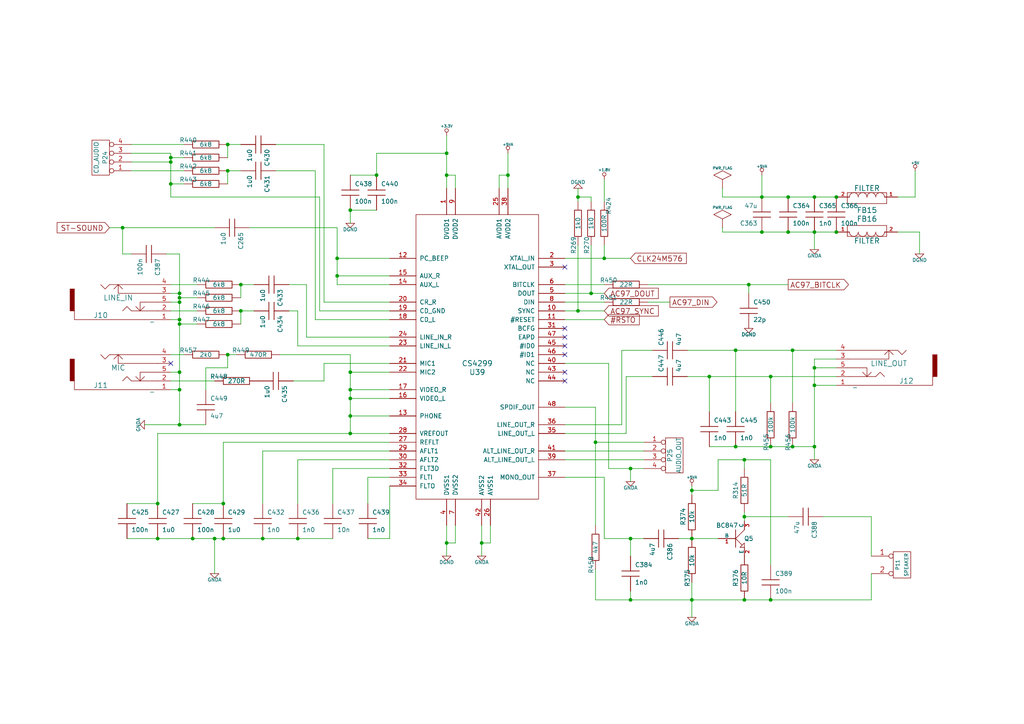
<source format=kicad_sch>
(kicad_sch (version 20230121) (generator eeschema)
  (paper "A4")
  (title_block (title "FireBee1 Projekt") (date "3 mar 2010") (rev "1.00") (company "MCS Aschwanden"))
  (lib_symbols
    (symbol "firebee1-rescue1:+1.5V" (power) (pin_names (offset 0))
      (property "Value" "+1.5V" (at 0 2.794 0))
      (symbol "+1.5V_0_0"
        (polyline (pts (xy 0 0) (xy 0 1.016) (xy 0 1.016)))
        (pin power_in line (at 0 0 90) (length 0) hide (name "+1.8V") (number "1"))
      )
      (symbol "+1.5V_0_1"
        (circle (center 0 1.524) (radius 0.508))
      )
    )
    (symbol "firebee1-rescue1:+3.3V" (power) (pin_names (offset 0))
      (property "Value" "+3.3V" (at 0 2.794 0))
      (symbol "+3.3V_0_0"
        (pin power_in line (at 0 0 90) (length 0) hide (name "+3.3V") (number "1"))
      )
      (symbol "+3.3V_0_1"
        (polyline (pts (xy 0 0) (xy 0 1.016) (xy 0 1.016)))
        (circle (center 0 1.524) (radius 0.508))
      )
    )
    (symbol "firebee1-rescue1:+5V" (power) (pin_names (offset 1.016))
      (property "Value" "+5V" (at 0 2.286 0))
      (symbol "+5V_0_0"
        (pin power_in line (at 0 0 90) (length 0) hide (name "+5V") (number "1"))
      )
      (symbol "+5V_0_1"
        (polyline (pts (xy 0 0) (xy 0 0.762) (xy 0 0.762) (xy 0 0.762)))
        (circle (center 0 1.27) (radius 0.508))
      )
    )
    (symbol "firebee1-rescue1:+5VA" (power) (pin_numbers hide) (pin_names (offset 0))
      (property "Value" "+5VA" (at 0 2.54 0))
      (symbol "+5VA_0_0"
        (pin power_in line (at 0 0 90) (length 0) hide (name "+5VA") (number "1"))
      )
      (symbol "+5VA_0_1"
        (polyline (pts (xy 0 0) (xy 0 1.016) (xy 0 1.016)))
        (circle (center 0 1.524) (radius 0.508))
      )
    )
    (symbol "firebee1-rescue1:AC97" (pin_names (offset 1.016))
      (property "Reference" "U" (at 0 0 0))
      (property "Value" "AC97" (at 0 2.54 0))
      (symbol "AC97_0_1"
        (rectangle (start -17.78 45.72) (end 17.78 -36.83))
      )
      (symbol "AC97_1_1"
        (pin power_in line (at -8.89 53.34 270) (length 7.62) (name "DVDD1") (number "1"))
        (pin input line (at 25.4 17.78 180) (length 7.62) (name "SYNC") (number "10"))
        (pin input line (at 25.4 15.24 180) (length 7.62) (name "#RESET") (number "11"))
        (pin input line (at -25.4 33.02 0) (length 7.62) (name "PC_BEEP") (number "12"))
        (pin input line (at -25.4 -12.7 0) (length 7.62) (name "PHONE") (number "13"))
        (pin input line (at -25.4 25.4 0) (length 7.62) (name "AUX_L") (number "14"))
        (pin input line (at -25.4 27.94 0) (length 7.62) (name "AUX_R") (number "15"))
        (pin input line (at -25.4 -7.62 0) (length 7.62) (name "VIDEO_L") (number "16"))
        (pin input line (at -25.4 -5.08 0) (length 7.62) (name "VIDEO_R") (number "17"))
        (pin input line (at -25.4 15.24 0) (length 7.62) (name "CD_L") (number "18"))
        (pin input line (at -25.4 17.78 0) (length 7.62) (name "CD_GND") (number "19"))
        (pin passive line (at 25.4 33.02 180) (length 7.62) (name "XTAL_IN") (number "2"))
        (pin input line (at -25.4 20.32 0) (length 7.62) (name "CR_R") (number "20"))
        (pin input line (at -25.4 2.54 0) (length 7.62) (name "MIC1") (number "21"))
        (pin input line (at -25.4 0 0) (length 7.62) (name "MIC2") (number "22"))
        (pin input line (at -25.4 7.62 0) (length 7.62) (name "LINE_IN_L") (number "23"))
        (pin input line (at -25.4 10.16 0) (length 7.62) (name "LINE_IN_R") (number "24"))
        (pin power_in line (at 6.35 53.34 270) (length 7.62) (name "AVDD1") (number "25"))
        (pin power_in line (at 3.81 -44.45 90) (length 7.62) (name "AVSS1") (number "26"))
        (pin passive line (at -25.4 -20.32 0) (length 7.62) (name "REFLT") (number "27"))
        (pin power_out line (at -25.4 -17.78 0) (length 7.62) (name "VREFOUT") (number "28"))
        (pin passive line (at -25.4 -22.86 0) (length 7.62) (name "AFLT1") (number "29"))
        (pin passive line (at 25.4 30.48 180) (length 7.62) (name "XTAL_OUT") (number "3"))
        (pin passive line (at -25.4 -25.4 0) (length 7.62) (name "AFLT2") (number "30"))
        (pin unspecified line (at 25.4 12.7 180) (length 7.62) (name "BCFG") (number "31"))
        (pin passive line (at -25.4 -27.94 0) (length 7.62) (name "FLT3D") (number "32"))
        (pin passive line (at -25.4 -30.48 0) (length 7.62) (name "FLTI") (number "33"))
        (pin passive line (at -25.4 -33.02 0) (length 7.62) (name "FLTO") (number "34"))
        (pin output line (at 25.4 -17.78 180) (length 7.62) (name "LINE_OUT_L") (number "35"))
        (pin output line (at 25.4 -15.24 180) (length 7.62) (name "LINE_OUT_R") (number "36"))
        (pin output line (at 25.4 -30.48 180) (length 7.62) (name "MONO_OUT") (number "37"))
        (pin power_in line (at 8.89 53.34 270) (length 7.62) (name "AVDD2") (number "38"))
        (pin output line (at 25.4 -25.4 180) (length 7.62) (name "ALT_LINE_OUT_L") (number "39"))
        (pin power_in line (at -8.89 -44.45 90) (length 7.62) (name "DVSS1") (number "4"))
        (pin passive line (at 25.4 2.54 180) (length 7.62) (name "NC") (number "40"))
        (pin output line (at 25.4 -22.86 180) (length 7.62) (name "ALT_LINE_OUT_R") (number "41"))
        (pin power_in line (at 1.27 -44.45 90) (length 7.62) (name "AVSS2") (number "42"))
        (pin passive line (at 25.4 0 180) (length 7.62) (name "NC") (number "43"))
        (pin passive line (at 25.4 -2.54 180) (length 7.62) (name "NC") (number "44"))
        (pin unspecified line (at 25.4 7.62 180) (length 7.62) (name "#ID0") (number "45"))
        (pin unspecified line (at 25.4 5.08 180) (length 7.62) (name "#ID1") (number "46"))
        (pin unspecified line (at 25.4 10.16 180) (length 7.62) (name "EAPD") (number "47"))
        (pin output line (at 25.4 -10.16 180) (length 7.62) (name "SPDIF_OUT") (number "48"))
        (pin input line (at 25.4 22.86 180) (length 7.62) (name "DOUT") (number "5"))
        (pin bidirectional line (at 25.4 25.4 180) (length 7.62) (name "BITCLK") (number "6"))
        (pin power_in line (at -6.35 -44.45 90) (length 7.62) (name "DVSS2") (number "7"))
        (pin output line (at 25.4 20.32 180) (length 7.62) (name "DIN") (number "8"))
        (pin power_in line (at -6.35 53.34 270) (length 7.62) (name "DVDD2") (number "9"))
      )
    )
    (symbol "firebee1-rescue1:C" (pin_numbers hide) (pin_names (offset 0.254))
      (property "Reference" "C" (at 1.27 2.54 0))
      (property "Value" "C" (at 1.27 -2.54 0))
      (symbol "C_0_1"
        (polyline (pts (xy -2.54 -0.762) (xy 2.54 -0.762)) (stroke (width 0.2032)))
        (polyline (pts (xy -2.54 0.762) (xy 2.54 0.762)) (stroke (width 0.2032)))
      )
      (symbol "C_1_1"
        (pin passive line (at 0 5.08 270) (length 4.318) (name "~") (number "1"))
        (pin passive line (at 0 -5.08 90) (length 4.318) (name "~") (number "2"))
      )
    )
    (symbol "firebee1-rescue1:CONN_2" (pin_names (offset 1.016) hide)
      (property "Reference" "P" (at -1.27 0 90))
      (property "Value" "CONN_2" (at 1.27 0 90))
      (symbol "CONN_2_0_1"
        (rectangle (start -2.54 3.81) (end 2.54 -3.81))
      )
      (symbol "CONN_2_1_1"
        (pin passive inverted (at -8.89 2.54 0) (length 6.35) (name "P1") (number "1"))
        (pin passive inverted (at -8.89 -2.54 0) (length 6.35) (name "PM") (number "2"))
      )
    )
    (symbol "firebee1-rescue1:CONN_4" (pin_names (offset 1.016) hide)
      (property "Reference" "P" (at -1.27 0 90))
      (property "Value" "CONN_4" (at 1.27 0 90))
      (symbol "CONN_4_0_1"
        (rectangle (start -2.54 5.08) (end 2.54 -5.08))
      )
      (symbol "CONN_4_1_1"
        (pin passive inverted (at -8.89 3.81 0) (length 6.35) (name "P1") (number "1"))
        (pin passive inverted (at -8.89 1.27 0) (length 6.35) (name "P2") (number "2"))
        (pin passive inverted (at -8.89 -1.27 0) (length 6.35) (name "P3") (number "3"))
        (pin passive inverted (at -8.89 -3.81 0) (length 6.35) (name "P4") (number "4"))
      )
    )
    (symbol "firebee1-rescue1:DGND" (pin_names (offset 1.016))
      (property "Value" "DGND" (at 0 -1.778 0))
      (symbol "DGND_0_1"
        (polyline (pts (xy -1.27 0) (xy 0 -1.27) (xy 1.27 0) (xy -1.27 0)))
      )
      (symbol "DGND_1_1"
        (pin power_in line (at 0 0 90) (length 0) hide (name "DGND") (number "1"))
      )
    )
    (symbol "firebee1-rescue1:FILTER" (pin_names (offset 1.016) hide)
      (property "Reference" "FB" (at 0 3.81 0))
      (property "Value" "FILTER" (at 0 -2.54 0))
      (symbol "FILTER_0_1"
        (rectangle (start -5.715 1.905) (end 5.715 -1.27))
        (arc (start -5.08 0) (mid -3.81 -1.27) (end -2.54 0))
        (arc (start -2.54 0) (mid -1.27 -1.27) (end 0 0))
        (arc (start 0 0) (mid 0 0) (end 0 0))
        (arc (start 0 0) (mid 1.27 -1.27) (end 2.54 0))
        (arc (start 2.54 0) (mid 3.81 -1.27) (end 5.08 0))
      )
      (symbol "FILTER_1_1"
        (pin passive line (at -8.89 0 0) (length 3.81) (name "1") (number "1"))
        (pin passive line (at 8.89 0 180) (length 3.81) (name "2") (number "2"))
      )
    )
    (symbol "firebee1-rescue1:GNDA" (power) (pin_names (offset 0))
      (property "Value" "GNDA" (at 0 -1.778 0))
      (symbol "GNDA_0_1"
        (polyline (pts (xy -1.27 0) (xy 0 -1.27) (xy 1.27 0) (xy -1.27 0)))
      )
      (symbol "GNDA_1_1"
        (pin power_in line (at 0 0 90) (length 0) hide (name "GNDA") (number "1"))
      )
    )
    (symbol "firebee1-rescue1:KLINKER_STEREO" (pin_names (offset 1.016))
      (property "Reference" "J" (at -8.89 -3.81 0))
      (property "Value" "KLINKER_STEREO" (at -3.81 1.27 0))
      (symbol "KLINKER_STEREO_0_1"
        (rectangle (start -17.78 3.81) (end -16.51 -2.54) (fill (type outline)))
        (polyline (pts (xy -3.81 5.08) (xy -5.08 3.81) (xy -5.08 3.81)))
        (polyline (pts (xy 3.81 0) (xy 7.62 0) (xy 7.62 0)))
        (polyline (pts (xy 7.62 -5.08) (xy 3.81 -5.08) (xy 3.81 -5.08)))
        (polyline (pts (xy 0 -2.54) (xy -1.27 -1.27) (xy -2.54 -2.54) (xy -2.54 -2.54)))
        (polyline (pts (xy 0 -2.54) (xy 7.62 -2.54) (xy 7.62 -2.54) (xy 7.62 -2.54)))
        (polyline (pts (xy 1.27 -1.27) (xy 2.54 -2.54) (xy 3.81 -1.27) (xy 3.81 -1.27)))
        (polyline (pts (xy 3.81 0) (xy 2.54 0) (xy 2.54 -2.54) (xy 2.54 -2.54)))
        (polyline (pts (xy 3.81 -5.08) (xy -15.24 -5.08) (xy -16.51 -5.08) (xy -16.51 -2.54) (xy -16.51 -2.54)))
        (polyline (pts (xy 7.62 2.54) (xy -3.81 2.54) (xy -3.81 5.08) (xy -2.54 3.81) (xy -2.54 3.81)))
        (polyline (pts (xy 7.62 5.08) (xy -6.35 5.08) (xy -7.62 3.81) (xy -8.89 5.08) (xy -8.89 5.08)))
      )
      (symbol "KLINKER_STEREO_1_1"
        (pin passive line (at 11.43 -5.08 180) (length 3.81) (name "_") (number "1"))
        (pin passive line (at 11.43 -2.54 180) (length 3.81) (name "~") (number "2"))
        (pin passive line (at 11.43 2.54 180) (length 3.81) (name "~") (number "3"))
        (pin passive line (at 11.43 5.08 180) (length 3.81) (name "~") (number "4"))
        (pin passive line (at 11.43 0 180) (length 3.81) (name "~") (number "5"))
      )
    )
    (symbol "firebee1-rescue1:NPN" (pin_names (offset 0))
      (property "Reference" "Q" (at 3.81 0 0))
      (property "Value" "NPN" (at -2.4892 3.81 0))
      (symbol "NPN_0_1"
        (polyline (pts (xy 0 0) (xy 1.905 -1.905)))
        (polyline (pts (xy 0 0) (xy 2.54 2.54)))
        (polyline (pts (xy 0 2.54) (xy 0 -2.54)) (stroke (width 0.2032)))
        (polyline (pts (xy 1.27 -2.54) (xy 2.54 -2.54) (xy 2.54 -1.27) (xy 1.27 -2.54) (xy 1.27 -2.54)))
      )
      (symbol "NPN_1_1"
        (pin input line (at -5.08 0 0) (length 5.08) (name "B") (number "1"))
        (pin passive line (at 2.54 -5.08 90) (length 2.54) (name "E") (number "2"))
        (pin passive line (at 2.54 5.08 270) (length 2.54) (name "C") (number "3"))
      )
    )
    (symbol "firebee1-rescue1:PWR_FLAG" (power) (pin_numbers hide) (pin_names (offset 0) hide)
      (property "Value" "PWR_FLAG" (at 0 5.842 0))
      (symbol "PWR_FLAG_0_0"
        (pin power_out line (at 0 0 90) (length 0) (name "pwr") (number "1"))
      )
      (symbol "PWR_FLAG_0_1"
        (polyline (pts (xy 0 0) (xy 0 2.54) (xy 0 2.54)))
        (polyline (pts (xy 0 2.54) (xy -2.54 3.81) (xy 0 5.08) (xy 2.54 3.81) (xy 0 2.54)))
      )
    )
    (symbol "firebee1-rescue1:R" (pin_numbers hide) (pin_names (offset 0))
      (property "Reference" "R" (at -1.27 -5.08 90))
      (property "Value" "R" (at 0 0 90))
      (symbol "R_0_1"
        (rectangle (start -1.016 3.81) (end 1.016 -3.81) (stroke (width 0.2032)))
      )
      (symbol "R_1_1"
        (pin passive line (at 0 6.35 270) (length 2.54) (name "~") (number "1"))
        (pin passive line (at 0 -6.35 90) (length 2.54) (name "~") (number "2"))
      )
    )
  )
  (junction (at 223.52 173.99))
  (junction (at 66.04 102.87))
  (junction (at 182.88 135.89))
  (junction (at 45.72 146.05))
  (junction (at 229.87 129.54))
  (junction (at 52.07 107.95))
  (junction (at 242.57 57.15))
  (junction (at 172.72 128.27))
  (junction (at 52.07 85.09))
  (junction (at 236.22 111.76))
  (junction (at 101.6 125.73))
  (junction (at 236.22 106.68))
  (junction (at 109.22 50.8))
  (junction (at 52.07 92.71))
  (junction (at 213.36 101.6))
  (junction (at 182.88 156.21))
  (junction (at 182.88 173.99))
  (junction (at 66.04 41.91))
  (junction (at 236.22 129.54))
  (junction (at 64.77 146.05))
  (junction (at 236.22 57.15))
  (junction (at 52.07 93.98))
  (junction (at 229.87 101.6))
  (junction (at 215.9 173.99))
  (junction (at 167.64 90.17))
  (junction (at 101.6 115.57))
  (junction (at 49.53 46.99))
  (junction (at 69.85 90.17))
  (junction (at 86.36 156.21))
  (junction (at 101.6 60.96))
  (junction (at 97.79 80.01))
  (junction (at 97.79 74.93))
  (junction (at 129.54 44.45))
  (junction (at 220.98 67.31))
  (junction (at 129.54 157.48))
  (junction (at 66.04 49.53))
  (junction (at 49.53 53.34))
  (junction (at 215.9 149.86))
  (junction (at 64.77 156.21))
  (junction (at 101.6 113.03))
  (junction (at 213.36 129.54))
  (junction (at 171.45 85.09))
  (junction (at 69.85 82.55))
  (junction (at 167.64 57.15))
  (junction (at 101.6 107.95))
  (junction (at 223.52 109.22))
  (junction (at 139.7 157.48))
  (junction (at 147.32 50.8))
  (junction (at 200.66 142.24))
  (junction (at 215.9 133.35))
  (junction (at 220.98 57.15))
  (junction (at 49.53 45.72))
  (junction (at 205.74 109.22))
  (junction (at 55.88 156.21))
  (junction (at 35.56 66.04))
  (junction (at 52.07 113.03))
  (junction (at 52.07 87.63))
  (junction (at 129.54 50.8))
  (junction (at 223.52 129.54))
  (junction (at 45.72 156.21))
  (junction (at 236.22 67.31))
  (junction (at 52.07 86.36))
  (junction (at 217.17 82.55))
  (junction (at 76.2 156.21))
  (junction (at 200.66 156.21))
  (junction (at 101.6 120.65))
  (junction (at 200.66 173.99))
  (junction (at 242.57 67.31))
  (junction (at 228.6 67.31))
  (junction (at 228.6 57.15))
  (junction (at 175.26 74.93))
  (junction (at 52.07 123.19))
  (junction (at 62.23 156.21))
  (no_connect (at 163.83 102.87))
  (no_connect (at 163.83 77.47))
  (no_connect (at 163.83 97.79))
  (no_connect (at 163.83 110.49))
  (no_connect (at 163.83 100.33))
  (no_connect (at 163.83 95.25))
  (no_connect (at 49.53 105.41))
  (no_connect (at 163.83 107.95))
  (wire (pts (xy 228.6 67.31) (xy 220.98 67.31)))
  (wire (pts (xy 205.74 109.22) (xy 223.52 109.22)))
  (wire (pts (xy 213.36 101.6) (xy 229.87 101.6)))
  (wire (pts (xy 209.55 57.15) (xy 220.98 57.15)))
  (wire (pts (xy 163.83 123.19) (xy 180.34 123.19)))
  (wire (pts (xy 113.03 138.43) (xy 106.68 138.43)))
  (wire (pts (xy 147.32 54.61) (xy 147.32 50.8)))
  (wire (pts (xy 86.36 156.21) (xy 76.2 156.21)))
  (wire (pts (xy 101.6 115.57) (xy 101.6 113.03)))
  (wire (pts (xy 163.83 125.73) (xy 181.61 125.73)))
  (wire (pts (xy 109.22 44.45) (xy 129.54 44.45)))
  (wire (pts (xy 171.45 85.09) (xy 163.83 85.09)))
  (wire (pts (xy 139.7 152.4) (xy 139.7 157.48)))
  (wire (pts (xy 106.68 156.21) (xy 113.03 156.21)))
  (wire (pts (xy 182.88 173.99) (xy 182.88 171.45)))
  (wire (pts (xy 229.87 129.54) (xy 223.52 129.54)))
  (wire (pts (xy 52.07 123.19) (xy 52.07 113.03)))
  (wire (pts (xy 220.98 67.31) (xy 209.55 67.31)))
  (wire (pts (xy 200.66 142.24) (xy 200.66 143.51)))
  (wire (pts (xy 223.52 173.99) (xy 252.73 173.99)))
  (wire (pts (xy 59.69 113.03) (xy 59.69 106.68)))
  (wire (pts (xy 265.43 57.15) (xy 260.35 57.15)))
  (wire (pts (xy 199.39 101.6) (xy 213.36 101.6)))
  (wire (pts (xy 101.6 125.73) (xy 101.6 120.65)))
  (wire (pts (xy 69.85 86.36) (xy 69.85 82.55)))
  (wire (pts (xy 163.83 74.93) (xy 175.26 74.93)))
  (wire (pts (xy 49.53 46.99) (xy 49.53 53.34)))
  (wire (pts (xy 200.66 173.99) (xy 215.9 173.99)))
  (wire (pts (xy 62.23 110.49) (xy 49.53 110.49)))
  (wire (pts (xy 53.34 102.87) (xy 49.53 102.87)))
  (wire (pts (xy 175.26 92.71) (xy 163.83 92.71)))
  (wire (pts (xy 205.74 119.38) (xy 205.74 109.22)))
  (wire (pts (xy 223.52 109.22) (xy 242.57 109.22)))
  (wire (pts (xy 66.04 41.91) (xy 69.85 41.91)))
  (wire (pts (xy 167.64 57.15) (xy 171.45 57.15)))
  (wire (pts (xy 93.98 105.41) (xy 93.98 110.49)))
  (wire (pts (xy 200.66 173.99) (xy 200.66 168.91)))
  (wire (pts (xy 76.2 130.81) (xy 76.2 146.05)))
  (wire (pts (xy 215.9 133.35) (xy 208.28 133.35)))
  (wire (pts (xy 93.98 105.41) (xy 113.03 105.41)))
  (wire (pts (xy 86.36 133.35) (xy 86.36 146.05)))
  (wire (pts (xy 217.17 82.55) (xy 228.6 82.55)))
  (wire (pts (xy 93.98 110.49) (xy 85.09 110.49)))
  (wire (pts (xy 66.04 102.87) (xy 68.58 102.87)))
  (wire (pts (xy 97.79 74.93) (xy 97.79 80.01)))
  (wire (pts (xy 172.72 173.99) (xy 182.88 173.99)))
  (wire (pts (xy 213.36 129.54) (xy 205.74 129.54)))
  (wire (pts (xy 73.66 90.17) (xy 69.85 90.17)))
  (wire (pts (xy 53.34 41.91) (xy 38.1 41.91)))
  (wire (pts (xy 113.03 156.21) (xy 113.03 140.97)))
  (wire (pts (xy 113.03 80.01) (xy 97.79 80.01)))
  (wire (pts (xy 113.03 97.79) (xy 88.9 97.79)))
  (wire (pts (xy 49.53 46.99) (xy 38.1 46.99)))
  (wire (pts (xy 175.26 71.12) (xy 175.26 74.93)))
  (wire (pts (xy 52.07 86.36) (xy 57.15 86.36)))
  (wire (pts (xy 252.73 166.37) (xy 252.73 173.99)))
  (wire (pts (xy 228.6 57.15) (xy 236.22 57.15)))
  (wire (pts (xy 236.22 129.54) (xy 236.22 133.35)))
  (wire (pts (xy 252.73 149.86) (xy 238.76 149.86)))
  (wire (pts (xy 144.78 54.61) (xy 144.78 50.8)))
  (wire (pts (xy 175.26 85.09) (xy 171.45 85.09)))
  (wire (pts (xy 86.36 100.33) (xy 86.36 90.17)))
  (wire (pts (xy 229.87 101.6) (xy 242.57 101.6)))
  (wire (pts (xy 129.54 50.8) (xy 132.08 50.8)))
  (wire (pts (xy 96.52 146.05) (xy 96.52 135.89)))
  (wire (pts (xy 92.71 90.17) (xy 113.03 90.17)))
  (wire (pts (xy 113.03 100.33) (xy 86.36 100.33)))
  (wire (pts (xy 209.55 54.61) (xy 209.55 57.15)))
  (wire (pts (xy 208.28 142.24) (xy 200.66 142.24)))
  (wire (pts (xy 113.03 120.65) (xy 101.6 120.65)))
  (wire (pts (xy 223.52 129.54) (xy 213.36 129.54)))
  (wire (pts (xy 49.53 44.45) (xy 49.53 45.72)))
  (wire (pts (xy 182.88 135.89) (xy 186.69 135.89)))
  (wire (pts (xy 163.83 138.43) (xy 175.26 138.43)))
  (wire (pts (xy 242.57 106.68) (xy 236.22 106.68)))
  (wire (pts (xy 175.26 52.07) (xy 175.26 58.42)))
  (wire (pts (xy 129.54 44.45) (xy 129.54 50.8)))
  (wire (pts (xy 163.83 105.41) (xy 176.53 105.41)))
  (wire (pts (xy 167.64 57.15) (xy 167.64 54.61)))
  (wire (pts (xy 215.9 173.99) (xy 223.52 173.99)))
  (wire (pts (xy 109.22 50.8) (xy 101.6 50.8)))
  (wire (pts (xy 35.56 73.66) (xy 38.1 73.66)))
  (wire (pts (xy 64.77 156.21) (xy 62.23 156.21)))
  (wire (pts (xy 35.56 66.04) (xy 35.56 73.66)))
  (wire (pts (xy 175.26 74.93) (xy 182.88 74.93)))
  (wire (pts (xy 220.98 57.15) (xy 228.6 57.15)))
  (wire (pts (xy 101.6 102.87) (xy 81.28 102.87)))
  (wire (pts (xy 223.52 133.35) (xy 215.9 133.35)))
  (wire (pts (xy 69.85 90.17) (xy 69.85 93.98)))
  (wire (pts (xy 62.23 156.21) (xy 55.88 156.21)))
  (wire (pts (xy 236.22 72.39) (xy 236.22 67.31)))
  (wire (pts (xy 96.52 135.89) (xy 113.03 135.89)))
  (wire (pts (xy 101.6 107.95) (xy 113.03 107.95)))
  (wire (pts (xy 52.07 113.03) (xy 52.07 107.95)))
  (wire (pts (xy 49.53 45.72) (xy 53.34 45.72)))
  (wire (pts (xy 101.6 113.03) (xy 101.6 107.95)))
  (wire (pts (xy 35.56 66.04) (xy 31.75 66.04)))
  (wire (pts (xy 236.22 106.68) (xy 236.22 111.76)))
  (wire (pts (xy 236.22 129.54) (xy 229.87 129.54)))
  (wire (pts (xy 52.07 107.95) (xy 49.53 107.95)))
  (wire (pts (xy 220.98 57.15) (xy 220.98 50.8)))
  (wire (pts (xy 182.88 156.21) (xy 186.69 156.21)))
  (wire (pts (xy 176.53 105.41) (xy 176.53 135.89)))
  (wire (pts (xy 52.07 86.36) (xy 52.07 85.09)))
  (wire (pts (xy 101.6 60.96) (xy 109.22 60.96)))
  (wire (pts (xy 167.64 71.12) (xy 167.64 90.17)))
  (wire (pts (xy 200.66 140.97) (xy 200.66 142.24)))
  (wire (pts (xy 236.22 111.76) (xy 242.57 111.76)))
  (wire (pts (xy 53.34 53.34) (xy 49.53 53.34)))
  (wire (pts (xy 113.03 125.73) (xy 101.6 125.73)))
  (wire (pts (xy 229.87 116.84) (xy 229.87 101.6)))
  (wire (pts (xy 52.07 123.19) (xy 41.91 123.19)))
  (wire (pts (xy 49.53 85.09) (xy 52.07 85.09)))
  (wire (pts (xy 132.08 157.48) (xy 129.54 157.48)))
  (wire (pts (xy 172.72 118.11) (xy 163.83 118.11)))
  (wire (pts (xy 217.17 85.09) (xy 217.17 82.55)))
  (wire (pts (xy 91.44 49.53) (xy 80.01 49.53)))
  (wire (pts (xy 236.22 57.15) (xy 242.57 57.15)))
  (wire (pts (xy 129.54 157.48) (xy 129.54 161.29)))
  (wire (pts (xy 172.72 165.1) (xy 172.72 173.99)))
  (wire (pts (xy 236.22 111.76) (xy 236.22 129.54)))
  (wire (pts (xy 97.79 82.55) (xy 113.03 82.55)))
  (wire (pts (xy 187.96 87.63) (xy 194.31 87.63)))
  (wire (pts (xy 181.61 125.73) (xy 181.61 109.22)))
  (wire (pts (xy 113.03 133.35) (xy 86.36 133.35)))
  (wire (pts (xy 208.28 133.35) (xy 208.28 142.24)))
  (wire (pts (xy 182.88 139.7) (xy 182.88 135.89)))
  (wire (pts (xy 66.04 49.53) (xy 66.04 53.34)))
  (wire (pts (xy 132.08 152.4) (xy 132.08 157.48)))
  (wire (pts (xy 97.79 66.04) (xy 97.79 74.93)))
  (wire (pts (xy 223.52 163.83) (xy 223.52 133.35)))
  (wire (pts (xy 113.03 74.93) (xy 97.79 74.93)))
  (wire (pts (xy 200.66 156.21) (xy 208.28 156.21)))
  (wire (pts (xy 66.04 106.68) (xy 66.04 102.87)))
  (wire (pts (xy 200.66 179.07) (xy 200.66 173.99)))
  (wire (pts (xy 180.34 101.6) (xy 189.23 101.6)))
  (wire (pts (xy 176.53 135.89) (xy 182.88 135.89)))
  (wire (pts (xy 180.34 123.19) (xy 180.34 101.6)))
  (wire (pts (xy 129.54 50.8) (xy 129.54 54.61)))
  (wire (pts (xy 49.53 57.15) (xy 92.71 57.15)))
  (wire (pts (xy 62.23 66.04) (xy 35.56 66.04)))
  (wire (pts (xy 93.98 41.91) (xy 80.01 41.91)))
  (wire (pts (xy 64.77 128.27) (xy 113.03 128.27)))
  (wire (pts (xy 86.36 90.17) (xy 83.82 90.17)))
  (wire (pts (xy 223.52 109.22) (xy 223.52 116.84)))
  (wire (pts (xy 172.72 128.27) (xy 172.72 118.11)))
  (wire (pts (xy 49.53 45.72) (xy 49.53 46.99)))
  (wire (pts (xy 187.96 82.55) (xy 217.17 82.55)))
  (wire (pts (xy 49.53 82.55) (xy 57.15 82.55)))
  (wire (pts (xy 129.54 152.4) (xy 129.54 157.48)))
  (wire (pts (xy 45.72 146.05) (xy 36.83 146.05)))
  (wire (pts (xy 52.07 93.98) (xy 52.07 92.71)))
  (wire (pts (xy 113.03 130.81) (xy 76.2 130.81)))
  (wire (pts (xy 113.03 92.71) (xy 91.44 92.71)))
  (wire (pts (xy 45.72 156.21) (xy 36.83 156.21)))
  (wire (pts (xy 59.69 106.68) (xy 66.04 106.68)))
  (wire (pts (xy 52.07 73.66) (xy 48.26 73.66)))
  (wire (pts (xy 38.1 44.45) (xy 49.53 44.45)))
  (wire (pts (xy 101.6 120.65) (xy 101.6 115.57)))
  (wire (pts (xy 213.36 101.6) (xy 213.36 119.38)))
  (wire (pts (xy 69.85 82.55) (xy 73.66 82.55)))
  (wire (pts (xy 49.53 53.34) (xy 49.53 57.15)))
  (wire (pts (xy 186.69 128.27) (xy 172.72 128.27)))
  (wire (pts (xy 96.52 156.21) (xy 86.36 156.21)))
  (wire (pts (xy 252.73 161.29) (xy 252.73 149.86)))
  (wire (pts (xy 142.24 157.48) (xy 142.24 152.4)))
  (wire (pts (xy 215.9 149.86) (xy 215.9 151.13)))
  (wire (pts (xy 167.64 90.17) (xy 163.83 90.17)))
  (wire (pts (xy 52.07 92.71) (xy 49.53 92.71)))
  (wire (pts (xy 175.26 138.43) (xy 175.26 156.21)))
  (wire (pts (xy 163.83 133.35) (xy 186.69 133.35)))
  (wire (pts (xy 55.88 146.05) (xy 64.77 146.05)))
  (wire (pts (xy 242.57 104.14) (xy 236.22 104.14)))
  (wire (pts (xy 113.03 87.63) (xy 93.98 87.63)))
  (wire (pts (xy 175.26 87.63) (xy 163.83 87.63)))
  (wire (pts (xy 91.44 92.71) (xy 91.44 49.53)))
  (wire (pts (xy 181.61 109.22) (xy 189.23 109.22)))
  (wire (pts (xy 186.69 130.81) (xy 163.83 130.81)))
  (wire (pts (xy 45.72 125.73) (xy 45.72 146.05)))
  (wire (pts (xy 52.07 107.95) (xy 52.07 93.98)))
  (wire (pts (xy 52.07 85.09) (xy 52.07 73.66)))
  (wire (pts (xy 175.26 82.55) (xy 163.83 82.55)))
  (wire (pts (xy 236.22 67.31) (xy 228.6 67.31)))
  (wire (pts (xy 52.07 93.98) (xy 57.15 93.98)))
  (wire (pts (xy 109.22 44.45) (xy 109.22 50.8)))
  (wire (pts (xy 215.9 148.59) (xy 215.9 149.86)))
  (wire (pts (xy 97.79 80.01) (xy 97.79 82.55)))
  (wire (pts (xy 52.07 87.63) (xy 49.53 87.63)))
  (wire (pts (xy 139.7 157.48) (xy 139.7 161.29)))
  (wire (pts (xy 129.54 39.37) (xy 129.54 44.45)))
  (wire (pts (xy 242.57 67.31) (xy 236.22 67.31)))
  (wire (pts (xy 53.34 49.53) (xy 38.1 49.53)))
  (wire (pts (xy 182.88 173.99) (xy 200.66 173.99)))
  (wire (pts (xy 101.6 115.57) (xy 113.03 115.57)))
  (wire (pts (xy 52.07 113.03) (xy 49.53 113.03)))
  (wire (pts (xy 199.39 109.22) (xy 205.74 109.22)))
  (wire (pts (xy 88.9 82.55) (xy 83.82 82.55)))
  (wire (pts (xy 106.68 138.43) (xy 106.68 146.05)))
  (wire (pts (xy 66.04 45.72) (xy 66.04 41.91)))
  (wire (pts (xy 64.77 146.05) (xy 64.77 128.27)))
  (wire (pts (xy 172.72 152.4) (xy 172.72 128.27)))
  (wire (pts (xy 182.88 161.29) (xy 182.88 156.21)))
  (wire (pts (xy 52.07 92.71) (xy 52.07 87.63)))
  (wire (pts (xy 69.85 49.53) (xy 66.04 49.53)))
  (wire (pts (xy 215.9 135.89) (xy 215.9 133.35)))
  (wire (pts (xy 101.6 113.03) (xy 113.03 113.03)))
  (wire (pts (xy 236.22 104.14) (xy 236.22 106.68)))
  (wire (pts (xy 144.78 50.8) (xy 147.32 50.8)))
  (wire (pts (xy 97.79 66.04) (xy 72.39 66.04)))
  (wire (pts (xy 101.6 125.73) (xy 45.72 125.73)))
  (wire (pts (xy 62.23 156.21) (xy 62.23 166.37)))
  (wire (pts (xy 88.9 97.79) (xy 88.9 82.55)))
  (wire (pts (xy 147.32 50.8) (xy 147.32 44.45)))
  (wire (pts (xy 57.15 90.17) (xy 49.53 90.17)))
  (wire (pts (xy 171.45 57.15) (xy 171.45 58.42)))
  (wire (pts (xy 132.08 50.8) (xy 132.08 54.61)))
  (wire (pts (xy 55.88 156.21) (xy 45.72 156.21)))
  (wire (pts (xy 92.71 57.15) (xy 92.71 90.17)))
  (wire (pts (xy 228.6 149.86) (xy 215.9 149.86)))
  (wire (pts (xy 93.98 87.63) (xy 93.98 41.91)))
  (wire (pts (xy 175.26 90.17) (xy 167.64 90.17)))
  (wire (pts (xy 196.85 156.21) (xy 200.66 156.21)))
  (wire (pts (xy 260.35 67.31) (xy 266.7 67.31)))
  (wire (pts (xy 139.7 157.48) (xy 142.24 157.48)))
  (wire (pts (xy 52.07 87.63) (xy 52.07 86.36)))
  (wire (pts (xy 101.6 107.95) (xy 101.6 102.87)))
  (wire (pts (xy 167.64 58.42) (xy 167.64 57.15)))
  (wire (pts (xy 76.2 156.21) (xy 64.77 156.21)))
  (wire (pts (xy 59.69 123.19) (xy 52.07 123.19)))
  (wire (pts (xy 101.6 64.77) (xy 101.6 60.96)))
  (wire (pts (xy 171.45 71.12) (xy 171.45 85.09)))
  (wire (pts (xy 266.7 67.31) (xy 266.7 73.66)))
  (wire (pts (xy 265.43 49.53) (xy 265.43 57.15)))
  (wire (pts (xy 209.55 67.31) (xy 209.55 66.04)))
  (wire (pts (xy 175.26 156.21) (xy 182.88 156.21)))
  (global_label "AC97_BITCLK" (shape output) (at 228.6 82.55 0) (effects (font (size 1.524 1.524))) (property "Intersheetrefs" "${INTERSHEET_REFS}" (effects hide)))
  (global_label "ST-SOUND" (shape input) (at 31.75 66.04 180) (effects (font (size 1.524 1.524))) (property "Intersheetrefs" "${INTERSHEET_REFS}" (effects hide)))
  (global_label "AC97_SYNC" (shape input) (at 175.26 90.17 0) (effects (font (size 1.524 1.524))) (property "Intersheetrefs" "${INTERSHEET_REFS}" (effects hide)))
  (global_label "CLK24M576" (shape input) (at 182.88 74.93 0) (effects (font (size 1.524 1.524))) (property "Intersheetrefs" "${INTERSHEET_REFS}" (effects hide)))
  (global_label "AC97_DOUT" (shape input) (at 175.26 85.09 0) (effects (font (size 1.524 1.524))) (property "Intersheetrefs" "${INTERSHEET_REFS}" (effects hide)))
  (global_label "AC97_DIN" (shape output) (at 194.31 87.63 0) (effects (font (size 1.524 1.524))) (property "Intersheetrefs" "${INTERSHEET_REFS}" (effects hide)))
  (global_label "#RSTO" (shape input) (at 175.26 92.71 0) (effects (font (size 1.524 1.524))) (property "Intersheetrefs" "${INTERSHEET_REFS}" (effects hide)))
  (symbol (lib_id "firebee1-rescue1:C") (at 43.18 73.66 270) (unit 1)
    (property "Reference" "C387" (at 45.72 74.93 0) (effects (justify left)))
    (property "Value" "100n" (at 40.64 74.93 0) (effects (justify left)))
  )
  (symbol (lib_id "firebee1-rescue1:C") (at 191.77 156.21 270) (unit 1)
    (property "Reference" "C386" (at 194.31 157.48 0) (effects (justify left)))
    (property "Value" "4u7" (at 189.23 157.48 0) (effects (justify left)))
  )
  (symbol (lib_id "firebee1-rescue1:R") (at 200.66 162.56 0) (unit 1)
    (property "Reference" "R375" (at 199.39 167.64 90))
    (property "Value" "10k" (at 200.66 162.56 90))
  )
  (symbol (lib_id "firebee1-rescue1:R") (at 200.66 149.86 0) (unit 1)
    (property "Reference" "R374" (at 198.12 149.86 90))
    (property "Value" "10k" (at 200.66 149.86 90))
  )
  (symbol (lib_id "firebee1-rescue1:NPN") (at 213.36 156.21 0) (unit 1)
    (property "Reference" "Q5" (at 217.17 156.21 0))
    (property "Value" "BC847" (at 210.8708 152.4 0))
  )
  (symbol (lib_id "firebee1-rescue1:R") (at 215.9 167.64 0) (unit 1)
    (property "Reference" "R376" (at 213.36 167.64 90))
    (property "Value" "10R" (at 215.9 167.64 90))
  )
  (symbol (lib_id "firebee1-rescue1:C") (at 223.52 168.91 0) (unit 1)
    (property "Reference" "C389" (at 224.79 166.37 0) (effects (justify left)))
    (property "Value" "100n" (at 224.79 171.45 0) (effects (justify left)))
  )
  (symbol (lib_id "firebee1-rescue1:C") (at 233.68 149.86 270) (unit 1)
    (property "Reference" "C388" (at 236.22 151.13 0) (effects (justify left)))
    (property "Value" "47u" (at 231.14 151.13 0) (effects (justify left)))
  )
  (symbol (lib_id "firebee1-rescue1:FILTER") (at 251.46 57.15 180) (unit 1)
    (property "Reference" "FB15" (at 251.46 60.96 0) (effects (font (size 1.524 1.524))))
    (property "Value" "FILTER" (at 251.46 54.61 0) (effects (font (size 1.524 1.524))))
  )
  (symbol (lib_id "firebee1-rescue1:CONN_2") (at 261.62 163.83 0) (unit 1)
    (property "Reference" "P11" (at 260.35 163.83 90) (effects (font (size 1.016 1.016))))
    (property "Value" "SPEAKER" (at 262.89 163.83 90) (effects (font (size 1.016 1.016))))
  )
  (symbol (lib_id "firebee1-rescue1:C") (at 228.6 62.23 0) (unit 1)
    (property "Reference" "C364" (at 229.87 59.69 0) (effects (justify left)))
    (property "Value" "100n" (at 229.87 64.77 0) (effects (justify left)))
  )
  (symbol (lib_id "firebee1-rescue1:C") (at 236.22 62.23 0) (unit 1)
    (property "Reference" "C365" (at 237.49 59.69 0) (effects (justify left)))
    (property "Value" "1n0" (at 237.49 64.77 0) (effects (justify left)))
  )
  (symbol (lib_id "firebee1-rescue1:C") (at 242.57 62.23 0) (unit 1)
    (property "Reference" "C366" (at 243.84 59.69 0) (effects (justify left)))
    (property "Value" "100n" (at 243.84 64.77 0) (effects (justify left)))
  )
  (symbol (lib_id "firebee1-rescue1:+5V") (at 265.43 49.53 0) (unit 1)
    (property "Reference" "#PWR026" (effects hide))
    (property "Value" "+5V" (at 265.43 47.244 0) (effects (font (size 0.762 0.762))))
  )
  (symbol (lib_id "firebee1-rescue1:C") (at 220.98 62.23 180) (unit 1)
    (property "Reference" "C363" (at 219.71 64.77 0) (effects (justify left)))
    (property "Value" "47u" (at 219.71 59.69 0) (effects (justify left)))
  )
  (symbol (lib_id "firebee1-rescue1:+5VA") (at 220.98 50.8 0) (unit 1)
    (property "Reference" "#PWR025" (effects hide))
    (property "Value" "+5VA" (at 220.98 48.26 0) (effects (font (size 0.762 0.762))))
  )
  (symbol (lib_id "firebee1-rescue1:PWR_FLAG") (at 209.55 54.61 0) (unit 1)
    (property "Reference" "#FLG024" (effects hide))
    (property "Value" "PWR_FLAG" (at 209.55 48.768 0) (effects (font (size 0.762 0.762))))
  )
  (symbol (lib_id "firebee1-rescue1:AC97") (at 138.43 107.95 0) (unit 1)
    (property "Reference" "U39" (at 138.43 107.95 0) (effects (font (size 1.524 1.524))))
    (property "Value" "CS4299" (at 138.43 105.41 0) (effects (font (size 1.524 1.524))))
  )
  (symbol (lib_id "firebee1-rescue1:R") (at 181.61 82.55 270) (unit 1)
    (property "Reference" "R450" (at 176.53 81.28 90))
    (property "Value" "22R" (at 181.61 82.55 90))
  )
  (symbol (lib_id "firebee1-rescue1:R") (at 181.61 87.63 270) (unit 1)
    (property "Reference" "R451" (at 176.53 86.36 90))
    (property "Value" "22R" (at 181.61 87.63 90))
  )
  (symbol (lib_id "firebee1-rescue1:C") (at 109.22 55.88 0) (unit 1)
    (property "Reference" "C440" (at 110.49 53.34 0) (effects (justify left)))
    (property "Value" "100n" (at 110.49 58.42 0) (effects (justify left)))
  )
  (symbol (lib_id "firebee1-rescue1:C") (at 101.6 55.88 0) (unit 1)
    (property "Reference" "C438" (at 102.87 53.34 0) (effects (justify left)))
    (property "Value" "100n" (at 102.87 58.42 0) (effects (justify left)))
  )
  (symbol (lib_id "firebee1-rescue1:DGND") (at 101.6 64.77 0) (unit 1)
    (property "Reference" "#PWR481" (effects hide))
    (property "Value" "DGND" (at 101.6 66.548 0) (effects (font (size 1.016 1.016))))
  )
  (symbol (lib_id "firebee1-rescue1:+5VA") (at 147.32 44.45 0) (unit 1)
    (property "Reference" "#PWR023" (effects hide))
    (property "Value" "+5VA" (at 147.32 41.91 0) (effects (font (size 0.762 0.762))))
  )
  (symbol (lib_id "firebee1-rescue1:C") (at 64.77 151.13 0) (unit 1)
    (property "Reference" "C429" (at 66.04 148.59 0) (effects (justify left)))
    (property "Value" "1u0" (at 66.04 153.67 0) (effects (justify left)))
  )
  (symbol (lib_id "firebee1-rescue1:C") (at 55.88 151.13 0) (unit 1)
    (property "Reference" "C428" (at 57.15 148.59 0) (effects (justify left)))
    (property "Value" "100n" (at 57.15 153.67 0) (effects (justify left)))
  )
  (symbol (lib_id "firebee1-rescue1:C") (at 45.72 151.13 0) (unit 1)
    (property "Reference" "C427" (at 46.99 148.59 0) (effects (justify left)))
    (property "Value" "1u0" (at 46.99 153.67 0) (effects (justify left)))
  )
  (symbol (lib_id "firebee1-rescue1:C") (at 36.83 151.13 0) (unit 1)
    (property "Reference" "C425" (at 38.1 148.59 0) (effects (justify left)))
    (property "Value" "100n" (at 38.1 153.67 0) (effects (justify left)))
  )
  (symbol (lib_id "firebee1-rescue1:C") (at 76.2 151.13 0) (unit 1)
    (property "Reference" "C432" (at 77.47 148.59 0) (effects (justify left)))
    (property "Value" "1n0" (at 77.47 153.67 0) (effects (justify left)))
  )
  (symbol (lib_id "firebee1-rescue1:C") (at 86.36 151.13 0) (unit 1)
    (property "Reference" "C436" (at 87.63 148.59 0) (effects (justify left)))
    (property "Value" "1n0" (at 87.63 153.67 0) (effects (justify left)))
  )
  (symbol (lib_id "firebee1-rescue1:C") (at 96.52 151.13 0) (unit 1)
    (property "Reference" "C437" (at 97.79 148.59 0) (effects (justify left)))
    (property "Value" "10n" (at 97.79 153.67 0) (effects (justify left)))
  )
  (symbol (lib_id "firebee1-rescue1:C") (at 106.68 151.13 0) (unit 1)
    (property "Reference" "C439" (at 107.95 148.59 0) (effects (justify left)))
    (property "Value" "1n0" (at 107.95 153.67 0) (effects (justify left)))
  )
  (symbol (lib_id "firebee1-rescue1:KLINKER_STEREO") (at 38.1 107.95 0) (unit 1)
    (property "Reference" "J11" (at 29.21 111.76 0) (effects (font (size 1.524 1.524))))
    (property "Value" "MIC" (at 34.29 106.68 0) (effects (font (size 1.524 1.524))))
  )
  (symbol (lib_id "firebee1-rescue1:KLINKER_STEREO") (at 38.1 87.63 0) (unit 1)
    (property "Reference" "J10" (at 29.21 91.44 0) (effects (font (size 1.524 1.524))))
    (property "Value" "LINE_IN" (at 34.29 86.36 0) (effects (font (size 1.524 1.524))))
  )
  (symbol (lib_id "firebee1-rescue1:R") (at 74.93 102.87 270) (unit 1)
    (property "Reference" "R449" (at 69.85 101.6 90))
    (property "Value" "470R" (at 74.93 102.87 90))
  )
  (symbol (lib_id "firebee1-rescue1:R") (at 68.58 110.49 270) (unit 1)
    (property "Reference" "R448" (at 63.5 109.22 90))
    (property "Value" "270R" (at 68.58 110.49 90))
  )
  (symbol (lib_id "firebee1-rescue1:C") (at 80.01 110.49 270) (unit 1)
    (property "Reference" "C435" (at 82.55 111.76 0) (effects (justify left)))
    (property "Value" "1u0" (at 77.47 111.76 0) (effects (justify left)))
  )
  (symbol (lib_id "firebee1-rescue1:C") (at 78.74 90.17 270) (unit 1)
    (property "Reference" "C434" (at 81.28 91.44 0) (effects (justify left)))
    (property "Value" "1u0" (at 76.2 91.44 0) (effects (justify left)))
  )
  (symbol (lib_id "firebee1-rescue1:R") (at 63.5 86.36 270) (unit 1)
    (property "Reference" "R445" (at 58.42 85.09 90))
    (property "Value" "6k8" (at 63.5 86.36 90))
  )
  (symbol (lib_id "firebee1-rescue1:R") (at 63.5 93.98 270) (unit 1)
    (property "Reference" "R447" (at 58.42 92.71 90))
    (property "Value" "6k8" (at 63.5 93.98 90))
  )
  (symbol (lib_id "firebee1-rescue1:R") (at 63.5 82.55 270) (unit 1)
    (property "Reference" "R444" (at 58.42 81.28 90))
    (property "Value" "6k8" (at 63.5 82.55 90))
  )
  (symbol (lib_id "firebee1-rescue1:R") (at 63.5 90.17 270) (unit 1)
    (property "Reference" "R446" (at 58.42 88.9 90))
    (property "Value" "6k8" (at 63.5 90.17 90))
  )
  (symbol (lib_id "firebee1-rescue1:C") (at 78.74 82.55 270) (unit 1)
    (property "Reference" "C433" (at 81.28 83.82 0) (effects (justify left)))
    (property "Value" "1u0" (at 76.2 83.82 0) (effects (justify left)))
  )
  (symbol (lib_id "firebee1-rescue1:C") (at 74.93 49.53 270) (unit 1)
    (property "Reference" "C431" (at 77.47 50.8 0) (effects (justify left)))
    (property "Value" "1u0" (at 72.39 50.8 0) (effects (justify left)))
  )
  (symbol (lib_id "firebee1-rescue1:R") (at 59.69 45.72 270) (unit 1)
    (property "Reference" "R441" (at 54.61 44.45 90))
    (property "Value" "6k8" (at 59.69 45.72 90))
  )
  (symbol (lib_id "firebee1-rescue1:R") (at 59.69 53.34 270) (unit 1)
    (property "Reference" "R443" (at 54.61 52.07 90))
    (property "Value" "6k8" (at 59.69 53.34 90))
  )
  (symbol (lib_id "firebee1-rescue1:R") (at 59.69 41.91 270) (unit 1)
    (property "Reference" "R440" (at 54.61 40.64 90))
    (property "Value" "6k8" (at 59.69 41.91 90))
  )
  (symbol (lib_id "firebee1-rescue1:R") (at 59.69 49.53 270) (unit 1)
    (property "Reference" "R442" (at 54.61 48.26 90))
    (property "Value" "6k8" (at 59.69 49.53 90))
  )
  (symbol (lib_id "firebee1-rescue1:C") (at 74.93 41.91 270) (unit 1)
    (property "Reference" "C430" (at 77.47 43.18 0) (effects (justify left)))
    (property "Value" "1u0" (at 72.39 43.18 0) (effects (justify left)))
  )
  (symbol (lib_id "firebee1-rescue1:CONN_4") (at 29.21 45.72 180) (unit 1)
    (property "Reference" "P24" (at 30.48 45.72 90))
    (property "Value" "CD_AUDIO" (at 27.94 45.72 90))
  )
  (symbol (lib_id "firebee1-rescue1:CONN_4") (at 195.58 132.08 0) (unit 1)
    (property "Reference" "P25" (at 194.31 132.08 90))
    (property "Value" "AUDIO_OUT" (at 196.85 132.08 90))
  )
  (symbol (lib_id "firebee1-rescue1:C") (at 194.31 101.6 90) (unit 1)
    (property "Reference" "C446" (at 191.77 100.33 0) (effects (justify left)))
    (property "Value" "4u7" (at 196.85 100.33 0) (effects (justify left)))
  )
  (symbol (lib_id "firebee1-rescue1:C") (at 194.31 109.22 90) (unit 1)
    (property "Reference" "C447" (at 191.77 107.95 0) (effects (justify left)))
    (property "Value" "4u7" (at 196.85 107.95 0) (effects (justify left)))
  )
  (symbol (lib_id "firebee1-rescue1:R") (at 223.52 123.19 0) (unit 1)
    (property "Reference" "R455" (at 222.25 128.27 90))
    (property "Value" "100k" (at 223.52 123.19 90))
  )
  (symbol (lib_id "firebee1-rescue1:R") (at 229.87 123.19 0) (unit 1)
    (property "Reference" "R456" (at 228.6 128.27 90))
    (property "Value" "100k" (at 229.87 123.19 90))
  )
  (symbol (lib_id "firebee1-rescue1:KLINKER_STEREO") (at 254 106.68 0) (mirror y) (unit 1)
    (property "Reference" "J12" (at 262.89 110.49 0) (effects (font (size 1.524 1.524))))
    (property "Value" "LINE_OUT" (at 257.81 105.41 0) (effects (font (size 1.524 1.524))))
  )
  (symbol (lib_id "firebee1-rescue1:C") (at 213.36 124.46 0) (unit 1)
    (property "Reference" "C445" (at 214.63 121.92 0) (effects (justify left)))
    (property "Value" "1n0" (at 214.63 127 0) (effects (justify left)))
  )
  (symbol (lib_id "firebee1-rescue1:C") (at 205.74 124.46 0) (unit 1)
    (property "Reference" "C443" (at 207.01 121.92 0) (effects (justify left)))
    (property "Value" "1n0" (at 207.01 127 0) (effects (justify left)))
  )
  (symbol (lib_id "firebee1-rescue1:+3.3V") (at 129.54 39.37 0) (unit 1)
    (property "Reference" "#PWR022" (effects hide))
    (property "Value" "+3.3V" (at 129.54 36.576 0) (effects (font (size 0.762 0.762))))
  )
  (symbol (lib_id "firebee1-rescue1:+5VA") (at 200.66 140.97 0) (unit 1)
    (property "Reference" "#PWR021" (effects hide))
    (property "Value" "+5VA" (at 200.66 138.43 0) (effects (font (size 0.762 0.762))))
  )
  (symbol (lib_id "firebee1-rescue1:C") (at 59.69 118.11 0) (unit 1)
    (property "Reference" "C449" (at 60.96 115.57 0) (effects (justify left)))
    (property "Value" "4u7" (at 60.96 120.65 0) (effects (justify left)))
  )
  (symbol (lib_id "firebee1-rescue1:R") (at 59.69 102.87 270) (unit 1)
    (property "Reference" "R457" (at 54.61 101.6 90))
    (property "Value" "2k0" (at 59.69 102.87 90))
  )
  (symbol (lib_id "firebee1-rescue1:GNDA") (at 182.88 139.7 0) (unit 1)
    (property "Reference" "#PWR020" (effects hide))
    (property "Value" "GNDA" (at 182.88 141.478 0) (effects (font (size 1.016 1.016))))
  )
  (symbol (lib_id "firebee1-rescue1:GNDA") (at 200.66 179.07 0) (unit 1)
    (property "Reference" "#PWR019" (effects hide))
    (property "Value" "GNDA" (at 200.66 180.848 0) (effects (font (size 1.016 1.016))))
  )
  (symbol (lib_id "firebee1-rescue1:GNDA") (at 139.7 161.29 0) (unit 1)
    (property "Reference" "#PWR018" (effects hide))
    (property "Value" "GNDA" (at 139.7 163.068 0) (effects (font (size 1.016 1.016))))
  )
  (symbol (lib_id "firebee1-rescue1:GNDA") (at 62.23 166.37 0) (unit 1)
    (property "Reference" "#PWR017" (effects hide))
    (property "Value" "GNDA" (at 62.23 168.148 0) (effects (font (size 1.016 1.016))))
  )
  (symbol (lib_id "firebee1-rescue1:GNDA") (at 41.91 123.19 270) (unit 1)
    (property "Reference" "#PWR016" (effects hide))
    (property "Value" "GNDA" (at 40.132 123.19 0) (effects (font (size 1.016 1.016))))
  )
  (symbol (lib_id "firebee1-rescue1:GNDA") (at 236.22 133.35 0) (unit 1)
    (property "Reference" "#PWR015" (effects hide))
    (property "Value" "GNDA" (at 236.22 135.128 0) (effects (font (size 1.016 1.016))))
  )
  (symbol (lib_id "firebee1-rescue1:GNDA") (at 236.22 72.39 0) (unit 1)
    (property "Reference" "#PWR014" (effects hide))
    (property "Value" "GNDA" (at 236.22 74.168 0) (effects (font (size 1.016 1.016))))
  )
  (symbol (lib_id "firebee1-rescue1:FILTER") (at 251.46 67.31 0) (unit 1)
    (property "Reference" "FB16" (at 251.46 63.5 0) (effects (font (size 1.524 1.524))))
    (property "Value" "FILTER" (at 251.46 69.85 0) (effects (font (size 1.524 1.524))))
  )
  (symbol (lib_id "firebee1-rescue1:DGND") (at 266.7 73.66 0) (unit 1)
    (property "Reference" "#PWR496" (effects hide))
    (property "Value" "DGND" (at 266.7 75.438 0) (effects (font (size 1.016 1.016))))
  )
  (symbol (lib_id "firebee1-rescue1:PWR_FLAG") (at 209.55 66.04 0) (unit 1)
    (property "Reference" "#FLG013" (effects hide))
    (property "Value" "PWR_FLAG" (at 209.55 60.198 0) (effects (font (size 0.762 0.762))))
  )
  (symbol (lib_id "firebee1-rescue1:C") (at 217.17 90.17 0) (unit 1)
    (property "Reference" "C450" (at 218.44 87.63 0) (effects (justify left)))
    (property "Value" "22p" (at 218.44 92.71 0) (effects (justify left)))
  )
  (symbol (lib_id "firebee1-rescue1:DGND") (at 217.17 95.25 0) (unit 1)
    (property "Reference" "#PWR491" (effects hide))
    (property "Value" "DGND" (at 217.17 97.028 0) (effects (font (size 1.016 1.016))))
  )
  (symbol (lib_id "firebee1-rescue1:R") (at 172.72 158.75 0) (unit 1)
    (property "Reference" "R458" (at 171.45 163.83 90))
    (property "Value" "4k7" (at 172.72 158.75 90))
  )
  (symbol (lib_id "firebee1-rescue1:R") (at 175.26 64.77 180) (unit 1)
    (property "Reference" "R424" (at 176.53 59.69 90))
    (property "Value" "100R" (at 175.26 64.77 90))
  )
  (symbol (lib_id "firebee1-rescue1:+1.5V") (at 175.26 52.07 0) (unit 1)
    (property "Reference" "#PWR012" (effects hide))
    (property "Value" "+1.5V" (at 175.26 49.276 0) (effects (font (size 0.762 0.762))))
  )
  (symbol (lib_id "firebee1-rescue1:C") (at 182.88 166.37 0) (unit 1)
    (property "Reference" "C384" (at 184.15 163.83 0) (effects (justify left)))
    (property "Value" "1n0" (at 184.15 168.91 0) (effects (justify left)))
  )
  (symbol (lib_id "firebee1-rescue1:DGND") (at 129.54 161.29 0) (unit 1)
    (property "Reference" "#PWR483" (effects hide))
    (property "Value" "DGND" (at 129.54 163.068 0) (effects (font (size 1.016 1.016))))
  )
  (symbol (lib_id "firebee1-rescue1:C") (at 67.31 66.04 270) (unit 1)
    (property "Reference" "C265" (at 69.85 67.31 0) (effects (justify left)))
    (property "Value" "1u0" (at 64.77 67.31 0) (effects (justify left)))
  )
  (symbol (lib_id "firebee1-rescue1:R") (at 167.64 64.77 180) (unit 1)
    (property "Reference" "R269" (at 166.37 71.12 90))
    (property "Value" "1k0" (at 167.64 64.77 90))
  )
  (symbol (lib_id "firebee1-rescue1:R") (at 171.45 64.77 180) (unit 1)
    (property "Reference" "R270" (at 170.18 71.12 90))
    (property "Value" "1k0" (at 171.45 64.77 90))
  )
  (symbol (lib_id "firebee1-rescue1:DGND") (at 167.64 54.61 180) (unit 1)
    (property "Reference" "#PWR486" (effects hide))
    (property "Value" "DGND" (at 167.64 52.832 0) (effects (font (size 1.016 1.016))))
  )
  (symbol (lib_id "firebee1-rescue1:R") (at 215.9 142.24 0) (unit 1)
    (property "Reference" "R314" (at 213.36 142.24 90))
    (property "Value" "51R" (at 215.9 142.24 90))
  )
)
</source>
